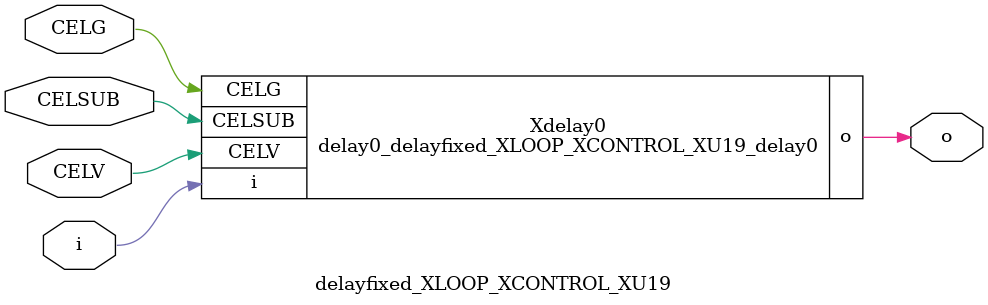
<source format=v>

module delay0_delayfixed_XLOOP_XCONTROL_XU19_delay0 (i, CELV, o,
CELG,CELSUB);
input CELV;
input i;
output o;
input CELSUB;
input CELG;
endmodule


//Celera Confidential Do Not Copy delayfixed_XLOOP_XCONTROL_XU19
//Celera Confidential Symbol Generator
//TYPE:fixed Egde:rise
module delayfixed_XLOOP_XCONTROL_XU19 (CELV,i,o,
CELG,CELSUB);
input CELV;
input i;
output o;
input CELG;
input CELSUB;

//Celera Confidential Do Not Copy delay0_delayfixed_XLOOP_XCONTROL_XU19_delay0
delay0_delayfixed_XLOOP_XCONTROL_XU19_delay0 Xdelay0(
.CELV (CELV),
.i (i),
.o (o),
.CELG (CELG),
.CELSUB (CELSUB)
);
//,diesize,delay0_delayfixed_XLOOP_XCONTROL_XU19_delay0
//Celera Confidential Do Not Copy Module End
//Celera Schematic Generator
endmodule

</source>
